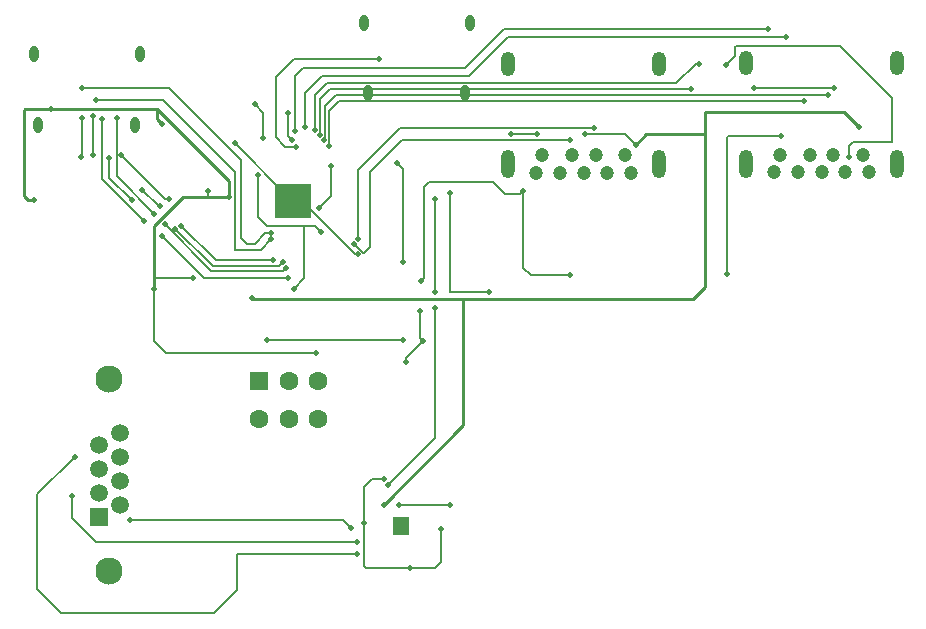
<source format=gbl>
%TF.GenerationSoftware,KiCad,Pcbnew,(6.99.0-818-g79c7d55a40)*%
%TF.CreationDate,2022-02-15T05:40:37+08:00*%
%TF.ProjectId,Project,50726f6a-6563-4742-9e6b-696361645f70,rev?*%
%TF.SameCoordinates,Original*%
%TF.FileFunction,Copper,L2,Bot*%
%TF.FilePolarity,Positive*%
%FSLAX46Y46*%
G04 Gerber Fmt 4.6, Leading zero omitted, Abs format (unit mm)*
G04 Created by KiCad (PCBNEW (6.99.0-818-g79c7d55a40)) date 2022-02-15 05:40:37*
%MOMM*%
%LPD*%
G01*
G04 APERTURE LIST*
%TA.AperFunction,ComponentPad*%
%ADD10O,0.800000X1.400000*%
%TD*%
%TA.AperFunction,ComponentPad*%
%ADD11C,0.500000*%
%TD*%
%TA.AperFunction,SMDPad,CuDef*%
%ADD12R,3.025000X2.975000*%
%TD*%
%TA.AperFunction,SMDPad,CuDef*%
%ADD13R,1.375000X1.525000*%
%TD*%
%TA.AperFunction,ComponentPad*%
%ADD14R,1.600000X1.600000*%
%TD*%
%TA.AperFunction,ComponentPad*%
%ADD15C,1.600000*%
%TD*%
%TA.AperFunction,ComponentPad*%
%ADD16C,1.200000*%
%TD*%
%TA.AperFunction,ComponentPad*%
%ADD17O,1.200000X2.400000*%
%TD*%
%TA.AperFunction,ComponentPad*%
%ADD18O,1.200000X2.100000*%
%TD*%
%TA.AperFunction,ComponentPad*%
%ADD19R,1.500000X1.500000*%
%TD*%
%TA.AperFunction,ComponentPad*%
%ADD20C,1.500000*%
%TD*%
%TA.AperFunction,ComponentPad*%
%ADD21C,2.300000*%
%TD*%
%TA.AperFunction,ViaPad*%
%ADD22C,0.500000*%
%TD*%
%TA.AperFunction,Conductor*%
%ADD23C,0.200000*%
%TD*%
%TA.AperFunction,Conductor*%
%ADD24C,0.250000*%
%TD*%
G04 APERTURE END LIST*
D10*
%TO.P,REF\u002A\u002A,S1*%
%TO.N,N/C*%
X44404999Y-14558999D03*
X53384999Y-14558999D03*
X53024999Y-20508999D03*
X44764999Y-20508999D03*
%TD*%
D11*
%TO.P,U2,65*%
%TO.N,N/C*%
X37881000Y-30318000D03*
X39081000Y-30318000D03*
D12*
X38430999Y-29667999D03*
D11*
X37881000Y-29118000D03*
X39081000Y-29118000D03*
%TD*%
%TO.P,U3,33*%
%TO.N,N/C*%
X47625000Y-57023000D03*
D13*
X47562499Y-57135499D03*
%TD*%
D14*
%TO.P,SW1,1*%
%TO.N,N/C*%
X35565499Y-44881999D03*
D15*
%TO.P,SW1,2*%
X38065500Y-44882000D03*
%TO.P,SW1,3*%
X40565500Y-44882000D03*
%TO.P,SW1,4*%
X35565500Y-48082000D03*
%TO.P,SW1,5*%
X38065500Y-48082000D03*
%TO.P,SW1,6*%
X40565500Y-48082000D03*
%TD*%
D16*
%TO.P,J2,1*%
%TO.N,N/C*%
X86685000Y-25732000D03*
%TO.P,J2,2*%
X84185000Y-25732000D03*
%TO.P,J2,3*%
X82185000Y-25732000D03*
%TO.P,J2,4*%
X79685000Y-25732000D03*
%TO.P,J2,5*%
X79185000Y-27232000D03*
%TO.P,J2,6*%
X81185000Y-27232000D03*
%TO.P,J2,7*%
X83185000Y-27232000D03*
%TO.P,J2,8*%
X85185000Y-27232000D03*
%TO.P,J2,9*%
X87185000Y-27232000D03*
D17*
%TO.P,J2,10*%
X89584999Y-26481999D03*
D18*
X89584999Y-17981999D03*
D17*
X76784999Y-26481999D03*
D18*
X76784999Y-17981999D03*
%TD*%
D16*
%TO.P,J1,1*%
%TO.N,N/C*%
X66548000Y-25781000D03*
%TO.P,J1,2*%
X64048000Y-25781000D03*
%TO.P,J1,3*%
X62048000Y-25781000D03*
%TO.P,J1,4*%
X59548000Y-25781000D03*
%TO.P,J1,5*%
X59048000Y-27281000D03*
%TO.P,J1,6*%
X61048000Y-27281000D03*
%TO.P,J1,7*%
X63048000Y-27281000D03*
%TO.P,J1,8*%
X65048000Y-27281000D03*
%TO.P,J1,9*%
X67048000Y-27281000D03*
D18*
%TO.P,J1,10*%
X56647999Y-18030999D03*
D17*
X56647999Y-26530999D03*
D18*
X69447999Y-18030999D03*
D17*
X69447999Y-26530999D03*
%TD*%
D19*
%TO.P,REF\u002A\u002A,1*%
%TO.N,N/C*%
X21970999Y-56387999D03*
D20*
%TO.P,REF\u002A\u002A,2*%
X23751000Y-55372000D03*
%TO.P,REF\u002A\u002A,3*%
X21971000Y-54356000D03*
%TO.P,REF\u002A\u002A,4*%
X23751000Y-53340000D03*
%TO.P,REF\u002A\u002A,5*%
X21971000Y-52324000D03*
%TO.P,REF\u002A\u002A,6*%
X23751000Y-51308000D03*
%TO.P,REF\u002A\u002A,7*%
X21971000Y-50292000D03*
%TO.P,REF\u002A\u002A,8*%
X23751000Y-49276000D03*
D21*
%TO.P,REF\u002A\u002A,SH*%
X22861000Y-44698000D03*
X22861000Y-60958000D03*
%TD*%
D10*
%TO.P,P1,S1*%
%TO.N,N/C*%
X16464999Y-17225999D03*
X25444999Y-17225999D03*
X25084999Y-23175999D03*
X16824999Y-23175999D03*
%TD*%
D22*
%TO.N,*%
X63119000Y-24003000D03*
X59055000Y-24003000D03*
X56896000Y-24003000D03*
X45720000Y-17653000D03*
X38681000Y-25092000D03*
X37973000Y-22225000D03*
X38354000Y-24511000D03*
X49149000Y-38989000D03*
X49276000Y-36449000D03*
X49403000Y-41529000D03*
X48006000Y-43307000D03*
X61849000Y-35941000D03*
X57912000Y-28829000D03*
X75184000Y-35814000D03*
X79756000Y-24130000D03*
X84201000Y-20066000D03*
X77470000Y-20066000D03*
X80137000Y-15748000D03*
X78613000Y-15113000D03*
X85471000Y-25908000D03*
X75057000Y-18161000D03*
X72771000Y-18034000D03*
X72136000Y-20193000D03*
X83756500Y-20637500D03*
X81661000Y-21209000D03*
X41081000Y-24444000D03*
X40681000Y-24044000D03*
X40281000Y-23644000D03*
X39481000Y-23384000D03*
X38608000Y-23749000D03*
X41481000Y-24971000D03*
X40640000Y-30226000D03*
X40767000Y-32258000D03*
X38481000Y-37084000D03*
X35433000Y-27432000D03*
X41656000Y-26670000D03*
X35881000Y-24324000D03*
X35179000Y-21463000D03*
X27305000Y-23114000D03*
X51689000Y-55372000D03*
X54991000Y-37338000D03*
X50492000Y-38681000D03*
X50492000Y-37392000D03*
X51689000Y-28956000D03*
X50492000Y-29518000D03*
X46482000Y-53721000D03*
X47375000Y-55368000D03*
X43815000Y-59563000D03*
X43815000Y-58547000D03*
X19939000Y-51308000D03*
X19685000Y-54610000D03*
X24638000Y-56642000D03*
X43370500Y-57340500D03*
X50927000Y-57404000D03*
X48375000Y-60694000D03*
X46101000Y-53213000D03*
X44450000Y-56896000D03*
X46101000Y-55372000D03*
X47244000Y-26416000D03*
X47752000Y-34798000D03*
X47752000Y-41402000D03*
X36195000Y-41402000D03*
X61849000Y-24511000D03*
X63881000Y-23495000D03*
X43561000Y-33274000D03*
X43942000Y-32893000D03*
X67437000Y-24892000D03*
X86360000Y-23368000D03*
X34925000Y-37846000D03*
X29972000Y-36195000D03*
X31242000Y-28829000D03*
X33528000Y-24765000D03*
X43944000Y-34165000D03*
X21717000Y-21082000D03*
X21463000Y-22479000D03*
X21463000Y-25781000D03*
X20447000Y-25908000D03*
X20574000Y-22606000D03*
X20574000Y-20066000D03*
X36576000Y-32893000D03*
X36576000Y-32385000D03*
X25654000Y-28702000D03*
X24765000Y-29591000D03*
X27178000Y-30099000D03*
X27940000Y-29464000D03*
X28448000Y-32004000D03*
X28956000Y-31750000D03*
X36703000Y-34671000D03*
X37592000Y-34798000D03*
X23495000Y-22606000D03*
X22225000Y-22733000D03*
X22860000Y-26035000D03*
X25781000Y-31369000D03*
X27305000Y-32639000D03*
X37973000Y-36195000D03*
X37846000Y-35306000D03*
X27559000Y-31623000D03*
X26670000Y-30734000D03*
X23876000Y-25781000D03*
X40386000Y-42545000D03*
X26670000Y-37084000D03*
X33020000Y-29337000D03*
X16510000Y-29591000D03*
X17907000Y-21844000D03*
%TD*%
D23*
%TO.N,*%
X66548000Y-24003000D02*
X67437000Y-24892000D01*
X63119000Y-24003000D02*
X66548000Y-24003000D01*
X56896000Y-24003000D02*
X59055000Y-24003000D01*
X36957000Y-19177000D02*
X38481000Y-17653000D01*
X36957000Y-24257000D02*
X36957000Y-19177000D01*
X37792000Y-25092000D02*
X36957000Y-24257000D01*
X38681000Y-25092000D02*
X37792000Y-25092000D01*
X38481000Y-17653000D02*
X45720000Y-17653000D01*
X38354000Y-24511000D02*
X37973000Y-24130000D01*
X37973000Y-24130000D02*
X37973000Y-22225000D01*
X55372000Y-28067000D02*
X56388000Y-29083000D01*
X57658000Y-29083000D02*
X57912000Y-28829000D01*
X49530000Y-28448000D02*
X49911000Y-28067000D01*
X56388000Y-29083000D02*
X57658000Y-29083000D01*
X49530000Y-36195000D02*
X49530000Y-28448000D01*
X49276000Y-36449000D02*
X49530000Y-36195000D01*
X49911000Y-28067000D02*
X55372000Y-28067000D01*
X49149000Y-41275000D02*
X49403000Y-41529000D01*
X49149000Y-38989000D02*
X49149000Y-41275000D01*
X48006000Y-42926000D02*
X48006000Y-43307000D01*
X49403000Y-41529000D02*
X48006000Y-42926000D01*
X58547000Y-35941000D02*
X61849000Y-35941000D01*
X57912000Y-35306000D02*
X58547000Y-35941000D01*
X57912000Y-28829000D02*
X57912000Y-35306000D01*
X75184000Y-24257000D02*
X75184000Y-35814000D01*
X75311000Y-24130000D02*
X75184000Y-24257000D01*
X79756000Y-24130000D02*
X75311000Y-24130000D01*
X77470000Y-20066000D02*
X84201000Y-20066000D01*
X56261000Y-15113000D02*
X78613000Y-15113000D01*
X52959000Y-18415000D02*
X56261000Y-15113000D01*
X38608000Y-19050000D02*
X39243000Y-18415000D01*
X38608000Y-23749000D02*
X38608000Y-19050000D01*
X39243000Y-18415000D02*
X52959000Y-18415000D01*
X53340000Y-19050000D02*
X56642000Y-15748000D01*
X40894000Y-19050000D02*
X53340000Y-19050000D01*
X39481000Y-20463000D02*
X40894000Y-19050000D01*
X56642000Y-15748000D02*
X80137000Y-15748000D01*
X39481000Y-23384000D02*
X39481000Y-20463000D01*
X85471000Y-25019000D02*
X85471000Y-25908000D01*
X85852000Y-24638000D02*
X85471000Y-25019000D01*
X89154000Y-24638000D02*
X85852000Y-24638000D01*
X89154000Y-20955000D02*
X89154000Y-24638000D01*
X84709000Y-16510000D02*
X89154000Y-20955000D01*
X75946000Y-16510000D02*
X84709000Y-16510000D01*
X75819000Y-16637000D02*
X75946000Y-16510000D01*
X75819000Y-17399000D02*
X75819000Y-16637000D01*
X75057000Y-18161000D02*
X75819000Y-17399000D01*
X72517000Y-18034000D02*
X72771000Y-18034000D01*
X41275000Y-19685000D02*
X70866000Y-19685000D01*
X40281000Y-20679000D02*
X41275000Y-19685000D01*
X70866000Y-19685000D02*
X72517000Y-18034000D01*
X40281000Y-23644000D02*
X40281000Y-20679000D01*
X41529000Y-20193000D02*
X72136000Y-20193000D01*
X40681000Y-21041000D02*
X41529000Y-20193000D01*
X40681000Y-24044000D02*
X40681000Y-21041000D01*
X83756500Y-20637500D02*
X83820000Y-20574000D01*
X83693000Y-20701000D02*
X83756500Y-20637500D01*
X42037000Y-20701000D02*
X83693000Y-20701000D01*
X41148000Y-21590000D02*
X42037000Y-20701000D01*
X41148000Y-24377000D02*
X41148000Y-21590000D01*
X41081000Y-24444000D02*
X41148000Y-24377000D01*
X42291000Y-21209000D02*
X81661000Y-21209000D01*
X41481000Y-22019000D02*
X42291000Y-21209000D01*
X41481000Y-24971000D02*
X41481000Y-22019000D01*
X41656000Y-29210000D02*
X40640000Y-30226000D01*
X41656000Y-26670000D02*
X41656000Y-29210000D01*
X40259000Y-31750000D02*
X40767000Y-32258000D01*
X39370000Y-31750000D02*
X40259000Y-31750000D01*
X39370000Y-36195000D02*
X38481000Y-37084000D01*
X39370000Y-31750000D02*
X39370000Y-36195000D01*
X35433000Y-30988000D02*
X36195000Y-31750000D01*
X36195000Y-31750000D02*
X39370000Y-31750000D01*
X35433000Y-27432000D02*
X35433000Y-30988000D01*
X35881000Y-22165000D02*
X35881000Y-24324000D01*
X35179000Y-21463000D02*
X35881000Y-22165000D01*
D24*
X26924000Y-22733000D02*
X27305000Y-23114000D01*
X26924000Y-21844000D02*
X26924000Y-22733000D01*
D23*
X39843000Y-30318000D02*
X39081000Y-30318000D01*
X41043000Y-31518000D02*
X39843000Y-30318000D01*
X33528000Y-24765000D02*
X37881000Y-29118000D01*
X51685000Y-55368000D02*
X47375000Y-55368000D01*
X51689000Y-55372000D02*
X51685000Y-55368000D01*
X51689000Y-37338000D02*
X54991000Y-37338000D01*
X51689000Y-28956000D02*
X51689000Y-37338000D01*
X50492000Y-49711000D02*
X50492000Y-38681000D01*
X46482000Y-53721000D02*
X50492000Y-49711000D01*
X50492000Y-37392000D02*
X50492000Y-37411000D01*
X50492000Y-29518000D02*
X50492000Y-37392000D01*
X43815000Y-58547000D02*
X43942000Y-58547000D01*
X33655000Y-62611000D02*
X33655000Y-59563000D01*
X33655000Y-59563000D02*
X43815000Y-59563000D01*
X18796000Y-64516000D02*
X31750000Y-64516000D01*
X31750000Y-64516000D02*
X33655000Y-62611000D01*
X16764000Y-62484000D02*
X18796000Y-64516000D01*
X16764000Y-54483000D02*
X16764000Y-62484000D01*
X19939000Y-51308000D02*
X16764000Y-54483000D01*
X21717000Y-58547000D02*
X43815000Y-58547000D01*
X19685000Y-56515000D02*
X21717000Y-58547000D01*
X19685000Y-54610000D02*
X19685000Y-56515000D01*
X42672000Y-56642000D02*
X24638000Y-56642000D01*
X43370500Y-57340500D02*
X42672000Y-56642000D01*
X44450000Y-60555000D02*
X44450000Y-56896000D01*
X44589000Y-60694000D02*
X44450000Y-60555000D01*
X48375000Y-60694000D02*
X44589000Y-60694000D01*
X50927000Y-60198000D02*
X50431000Y-60694000D01*
X50927000Y-57404000D02*
X50927000Y-60198000D01*
X50431000Y-60694000D02*
X48375000Y-60694000D01*
X45085000Y-53213000D02*
X46101000Y-53213000D01*
X44450000Y-53848000D02*
X45085000Y-53213000D01*
X44450000Y-56896000D02*
X44450000Y-53848000D01*
D24*
X52832000Y-48641000D02*
X46101000Y-55372000D01*
X52832000Y-37973000D02*
X72263000Y-37973000D01*
X35052000Y-37973000D02*
X52832000Y-37973000D01*
X52832000Y-37973000D02*
X52832000Y-48641000D01*
D23*
X47752000Y-26924000D02*
X47244000Y-26416000D01*
X47752000Y-34798000D02*
X47752000Y-26924000D01*
X36195000Y-41402000D02*
X47752000Y-41402000D01*
X47625000Y-24511000D02*
X61849000Y-24511000D01*
X44958000Y-33528000D02*
X44958000Y-27178000D01*
X44958000Y-27178000D02*
X47625000Y-24511000D01*
X44450000Y-34036000D02*
X44958000Y-33528000D01*
X44323000Y-34036000D02*
X44450000Y-34036000D01*
X43561000Y-33274000D02*
X44323000Y-34036000D01*
X47498000Y-23495000D02*
X63881000Y-23495000D01*
X43942000Y-27051000D02*
X47498000Y-23495000D01*
X43942000Y-32893000D02*
X43942000Y-27051000D01*
D24*
X85090000Y-22098000D02*
X86360000Y-23368000D01*
X73279000Y-22098000D02*
X85090000Y-22098000D01*
X73279000Y-24003000D02*
X73279000Y-22098000D01*
X68326000Y-24003000D02*
X67437000Y-24892000D01*
X73279000Y-24003000D02*
X68326000Y-24003000D01*
X73279000Y-36957000D02*
X73279000Y-24003000D01*
X72263000Y-37973000D02*
X73279000Y-36957000D01*
X34925000Y-37846000D02*
X35052000Y-37973000D01*
D23*
X29972000Y-36195000D02*
X26670000Y-36195000D01*
D24*
X26670000Y-36195000D02*
X26670000Y-37084000D01*
X26670000Y-31750000D02*
X26670000Y-36195000D01*
D23*
X31242000Y-28829000D02*
X31242000Y-29337000D01*
D24*
X31242000Y-29337000D02*
X29083000Y-29337000D01*
X33020000Y-29337000D02*
X31242000Y-29337000D01*
D23*
X33528000Y-24765000D02*
X33401000Y-24765000D01*
X43690000Y-34165000D02*
X41043000Y-31518000D01*
X43944000Y-34165000D02*
X43690000Y-34165000D01*
X21463000Y-25781000D02*
X21463000Y-22479000D01*
X20574000Y-25781000D02*
X20447000Y-25908000D01*
X20574000Y-22606000D02*
X20574000Y-25781000D01*
X34036000Y-26162000D02*
X27940000Y-20066000D01*
X34036000Y-32766000D02*
X34036000Y-26162000D01*
X36068000Y-32385000D02*
X35179000Y-33274000D01*
X35179000Y-33274000D02*
X34544000Y-33274000D01*
X27940000Y-20066000D02*
X20574000Y-20066000D01*
X36576000Y-32385000D02*
X36068000Y-32385000D01*
X34544000Y-33274000D02*
X34036000Y-32766000D01*
X27432000Y-21082000D02*
X21717000Y-21082000D01*
X33528000Y-33782000D02*
X33528000Y-27178000D01*
X33528000Y-27178000D02*
X27432000Y-21082000D01*
X36576000Y-32893000D02*
X35687000Y-33782000D01*
X35687000Y-33782000D02*
X33528000Y-33782000D01*
X27051000Y-30099000D02*
X27178000Y-30099000D01*
X25654000Y-28702000D02*
X27051000Y-30099000D01*
X22860000Y-27686000D02*
X24765000Y-29591000D01*
X22860000Y-26035000D02*
X22860000Y-27686000D01*
X27559000Y-29464000D02*
X23876000Y-25781000D01*
X27940000Y-29464000D02*
X27559000Y-29464000D01*
X31877000Y-34671000D02*
X28956000Y-31750000D01*
X36703000Y-34671000D02*
X31877000Y-34671000D01*
X37211000Y-35179000D02*
X31623000Y-35179000D01*
X31623000Y-35179000D02*
X28448000Y-32004000D01*
X37592000Y-34798000D02*
X37211000Y-35179000D01*
X23495000Y-27559000D02*
X23495000Y-22606000D01*
X26670000Y-30734000D02*
X23495000Y-27559000D01*
X22225000Y-27813000D02*
X22225000Y-22733000D01*
X25781000Y-31369000D02*
X22225000Y-27813000D01*
X30861000Y-36195000D02*
X27305000Y-32639000D01*
X37973000Y-36195000D02*
X30861000Y-36195000D01*
X31496000Y-35560000D02*
X27559000Y-31623000D01*
X37592000Y-35560000D02*
X31496000Y-35560000D01*
X37846000Y-35306000D02*
X37592000Y-35560000D01*
X26670000Y-41529000D02*
X26670000Y-37084000D01*
X27686000Y-42545000D02*
X26670000Y-41529000D01*
X40386000Y-42545000D02*
X27686000Y-42545000D01*
D24*
X29083000Y-29337000D02*
X26670000Y-31750000D01*
X26924000Y-21844000D02*
X17907000Y-21844000D01*
X33020000Y-27940000D02*
X26924000Y-21844000D01*
X33020000Y-29337000D02*
X33020000Y-27940000D01*
X15621000Y-29210000D02*
X16002000Y-29591000D01*
X15621000Y-21971000D02*
X15621000Y-29210000D01*
X15748000Y-21844000D02*
X15621000Y-21971000D01*
X16002000Y-29591000D02*
X16510000Y-29591000D01*
X17907000Y-21844000D02*
X15748000Y-21844000D01*
%TD*%
M02*

</source>
